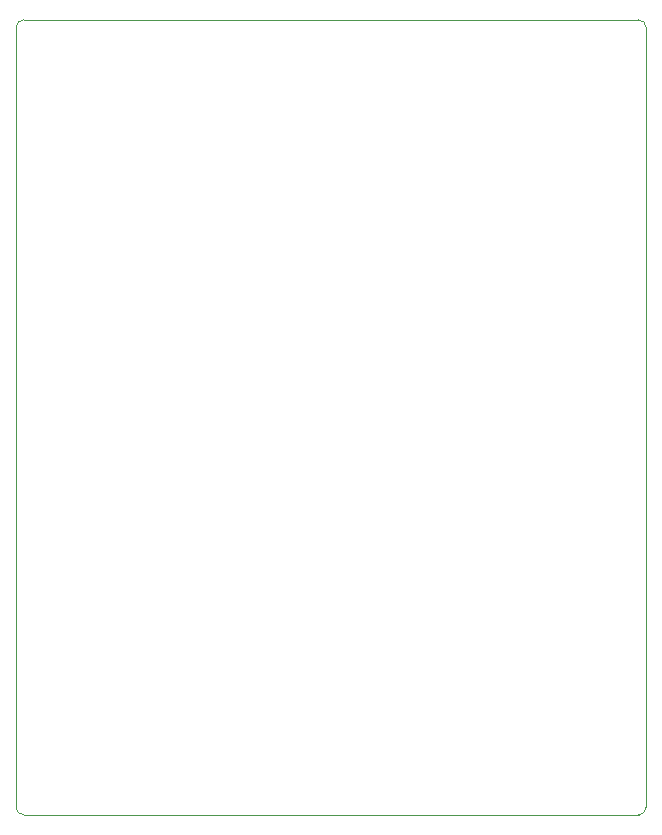
<source format=gbr>
%TF.GenerationSoftware,KiCad,Pcbnew,(5.1.10)-1*%
%TF.CreationDate,2021-09-10T15:59:42-05:00*%
%TF.ProjectId,ForceSensor,466f7263-6553-4656-9e73-6f722e6b6963,rev?*%
%TF.SameCoordinates,Original*%
%TF.FileFunction,Profile,NP*%
%FSLAX46Y46*%
G04 Gerber Fmt 4.6, Leading zero omitted, Abs format (unit mm)*
G04 Created by KiCad (PCBNEW (5.1.10)-1) date 2021-09-10 15:59:42*
%MOMM*%
%LPD*%
G01*
G04 APERTURE LIST*
%TA.AperFunction,Profile*%
%ADD10C,0.050000*%
%TD*%
G04 APERTURE END LIST*
D10*
X210820000Y-109855000D02*
G75*
G02*
X210185000Y-109220000I0J635000D01*
G01*
X263525000Y-109220000D02*
G75*
G02*
X262890000Y-109855000I-635000J0D01*
G01*
X262890000Y-42545000D02*
G75*
G02*
X263525000Y-43180000I0J-635000D01*
G01*
X210185000Y-43180000D02*
G75*
G02*
X210820000Y-42545000I635000J0D01*
G01*
X263525000Y-109220000D02*
X263525000Y-43180000D01*
X210820000Y-109855000D02*
X262890000Y-109855000D01*
X210185000Y-43180000D02*
X210185000Y-109220000D01*
X262890000Y-42545000D02*
X210820000Y-42545000D01*
M02*

</source>
